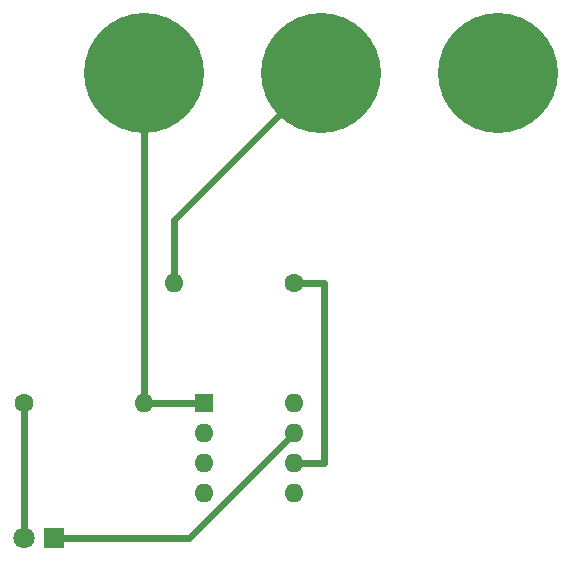
<source format=gbr>
G04 #@! TF.FileFunction,Copper,L1,Top,Signal*
%FSLAX46Y46*%
G04 Gerber Fmt 4.6, Leading zero omitted, Abs format (unit mm)*
G04 Created by KiCad (PCBNEW 4.0.6) date Wednesday, July 05, 2017 'PMt' 10:08:47 PM*
%MOMM*%
%LPD*%
G01*
G04 APERTURE LIST*
%ADD10C,0.100000*%
%ADD11R,1.800000X1.800000*%
%ADD12C,1.800000*%
%ADD13C,10.160000*%
%ADD14C,1.600000*%
%ADD15O,1.600000X1.600000*%
%ADD16R,1.600000X1.600000*%
%ADD17C,0.600000*%
G04 APERTURE END LIST*
D10*
D11*
X149860000Y-139700000D03*
D12*
X147320000Y-139700000D03*
D13*
X157480000Y-100330000D03*
X187450000Y-100330000D03*
X172470000Y-100330000D03*
D14*
X170180000Y-118110000D03*
D15*
X160020000Y-118110000D03*
D14*
X147320000Y-128270000D03*
D15*
X157480000Y-128270000D03*
D16*
X162560000Y-128270000D03*
D15*
X170180000Y-135890000D03*
X162560000Y-130810000D03*
X170180000Y-133350000D03*
X162560000Y-133350000D03*
X170180000Y-130810000D03*
X162560000Y-135890000D03*
X170180000Y-128270000D03*
D17*
X149860000Y-139700000D02*
X161290000Y-139700000D01*
X161290000Y-139700000D02*
X170180000Y-130810000D01*
X147320000Y-128270000D02*
X147320000Y-139700000D01*
X157480000Y-128270000D02*
X162560000Y-128270000D01*
X157480000Y-100330000D02*
X157480000Y-128270000D01*
X160020000Y-118110000D02*
X160020000Y-112780000D01*
X160020000Y-112780000D02*
X172470000Y-100330000D01*
X172720000Y-133350000D02*
X170180000Y-133350000D01*
X172720000Y-118110000D02*
X172720000Y-133350000D01*
X170180000Y-118110000D02*
X172720000Y-118110000D01*
M02*

</source>
